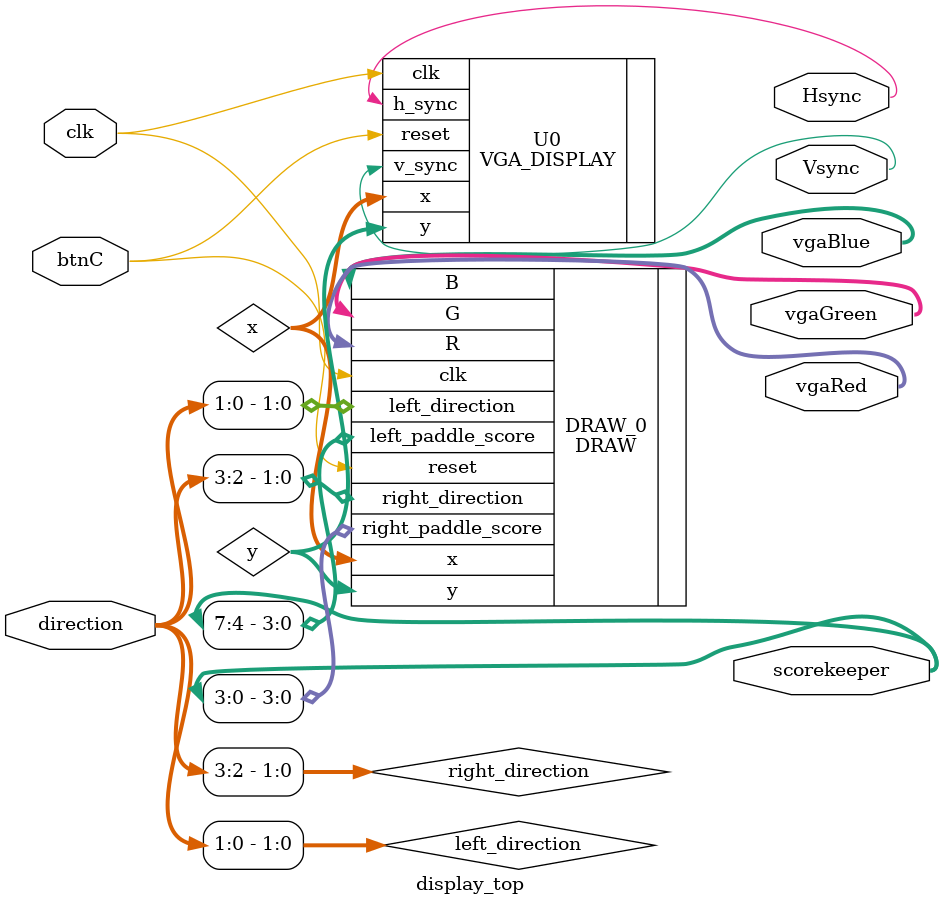
<source format=v>
`timescale 1ns / 1ps

/**
 * Top module connecting the VGA controller and DRAW module
 */
module display_top(
    input btnC,
    input clk,
    input [3:0] direction,
    output Vsync, Hsync,
    output [3:0] vgaRed, vgaGreen, vgaBlue,
    output [7:0] scorekeeper
    );
   
    wire [1:0] left_direction, right_direction;
    assign right_direction = direction[3:2];
    assign left_direction = direction[1:0];
   
    wire [9:0] x;
    wire [8:0] y;
   
    // VGA display controller
    VGA_DISPLAY U0(
        .clk(clk),
        .reset(btnC),
        .v_sync(Vsync),
        .h_sync(Hsync),
        .x(x),
        .y(y)
    );
   
    // Draw module for game graphics
    DRAW #(
        .X_BIT_SIZE(10),  // Match the actual size from VGA controller
        .Y_BIT_SIZE(9)    // Match the actual size from VGA controller
    ) DRAW_0 (
        .left_direction(left_direction),
        .right_direction(right_direction),
        .clk(clk),
        .reset(btnC),
        .x(x),
        .y(y),
        .R(vgaRed),
        .G(vgaGreen),
        .B(vgaBlue),
        .left_paddle_score(scorekeeper[7:4]),
        .right_paddle_score(scorekeeper[3:0])
    );
endmodule

</source>
